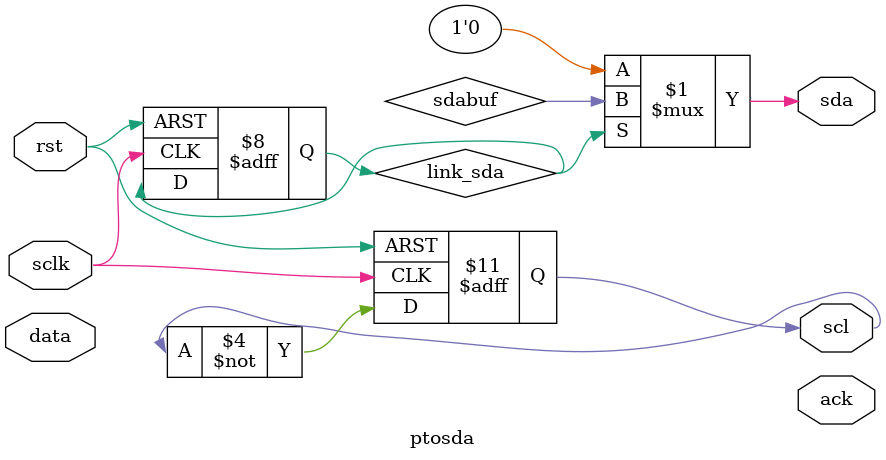
<source format=v>
module ptosda(rst,sclk,ack,scl,sda,data);
input sclk,rst;
input [3:0] data;
output ack,scl,sda;
reg scl,link_sda,ack,sdabuf;
reg [3:0] databuf;
reg [7:0] state;
assign sda = link_sda?sdabuf:1'b0;

parameter ready = 8'b0000_0000,
          start = 8'b0000_0001,
          bit1 = 8'b0000_0010,
          bit2 = 8'b0000_0100,
          bit3 = 8'b0000_1000,
          bit4 = 8'b0001_0000,
          bit5 = 8'b0010_0000,
          stop = 8'b0100_0000,
          IDLE = 8'b1000_0000;
always @(posedge sclk or negedge rst) begin
    if(!rst)
        scl<=1;
    else
        scl<=~scl;
end
always @(posedge ack) begin
    databuf<=date;
end
always @(negedge sclk or negedge rst) begin
    if(!rst)
    begin
        link_sda<=0;
        state<=ready;
        
    end
end
endmodule
</source>
